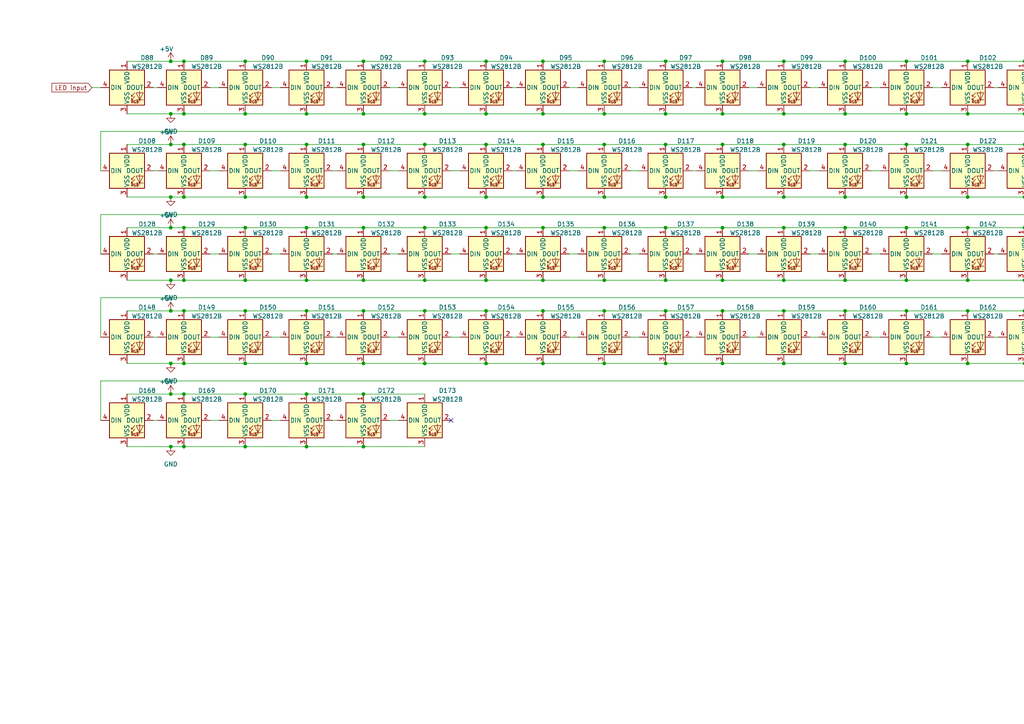
<source format=kicad_sch>
(kicad_sch (version 20231120) (generator "eeschema") (generator_version "8.0")
  (paper "A4")
  (junction (at 209.55 41.91))
  (junction (at 262.89 66.04))
  (junction (at 209.55 33.02))
  (junction (at 123.19 17.78))
  (junction (at 262.89 105.41))
  (junction (at 314.96 41.91))
  (junction (at 332.74 33.02))
  (junction (at 245.11 81.28))
  (junction (at 140.97 66.04))
  (junction (at 88.9 105.41))
  (junction (at 175.26 81.28))
  (junction (at 209.55 81.28))
  (junction (at 227.33 33.02))
  (junction (at 88.9 129.54))
  (junction (at 297.18 66.04))
  (junction (at 193.04 33.02))
  (junction (at 105.41 114.3))
  (junction (at 140.97 90.17))
  (junction (at 245.11 41.91))
  (junction (at 88.9 17.78))
  (junction (at 157.48 105.41))
  (junction (at 209.55 90.17))
  (junction (at 105.41 41.91))
  (junction (at 49.53 81.28))
  (junction (at 332.74 41.91))
  (junction (at 53.34 129.54))
  (junction (at 88.9 57.15))
  (junction (at 280.67 66.04))
  (junction (at 193.04 105.41))
  (junction (at 175.26 41.91))
  (junction (at 227.33 57.15))
  (junction (at 105.41 129.54))
  (junction (at 140.97 41.91))
  (junction (at 88.9 90.17))
  (junction (at 88.9 114.3))
  (junction (at 140.97 33.02))
  (junction (at 280.67 90.17))
  (junction (at 349.25 41.91))
  (junction (at 245.11 90.17))
  (junction (at 157.48 17.78))
  (junction (at 175.26 17.78))
  (junction (at 157.48 33.02))
  (junction (at 262.89 90.17))
  (junction (at 262.89 41.91))
  (junction (at 193.04 66.04))
  (junction (at 105.41 90.17))
  (junction (at 71.12 57.15))
  (junction (at 193.04 17.78))
  (junction (at 175.26 90.17))
  (junction (at 280.67 33.02))
  (junction (at 49.53 114.3))
  (junction (at 193.04 81.28))
  (junction (at 140.97 17.78))
  (junction (at 105.41 17.78))
  (junction (at 157.48 57.15))
  (junction (at 105.41 57.15))
  (junction (at 332.74 17.78))
  (junction (at 49.53 33.02))
  (junction (at 280.67 41.91))
  (junction (at 175.26 33.02))
  (junction (at 140.97 105.41))
  (junction (at 332.74 105.41))
  (junction (at 88.9 66.04))
  (junction (at 175.26 57.15))
  (junction (at 53.34 105.41))
  (junction (at 193.04 90.17))
  (junction (at 262.89 57.15))
  (junction (at 71.12 41.91))
  (junction (at 227.33 81.28))
  (junction (at 123.19 90.17))
  (junction (at 314.96 33.02))
  (junction (at 49.53 129.54))
  (junction (at 123.19 81.28))
  (junction (at 332.74 66.04))
  (junction (at 245.11 17.78))
  (junction (at 123.19 57.15))
  (junction (at 105.41 105.41))
  (junction (at 71.12 114.3))
  (junction (at 227.33 105.41))
  (junction (at 175.26 105.41))
  (junction (at 245.11 33.02))
  (junction (at 140.97 81.28))
  (junction (at 88.9 81.28))
  (junction (at 349.25 57.15))
  (junction (at 140.97 57.15))
  (junction (at 157.48 66.04))
  (junction (at 53.34 17.78))
  (junction (at 297.18 17.78))
  (junction (at 157.48 90.17))
  (junction (at 280.67 105.41))
  (junction (at 53.34 81.28))
  (junction (at 227.33 90.17))
  (junction (at 71.12 129.54))
  (junction (at 314.96 81.28))
  (junction (at 49.53 90.17))
  (junction (at 314.96 66.04))
  (junction (at 53.34 33.02))
  (junction (at 349.25 90.17))
  (junction (at 105.41 81.28))
  (junction (at 193.04 41.91))
  (junction (at 227.33 17.78))
  (junction (at 280.67 57.15))
  (junction (at 71.12 66.04))
  (junction (at 53.34 66.04))
  (junction (at 123.19 33.02))
  (junction (at 280.67 81.28))
  (junction (at 332.74 81.28))
  (junction (at 349.25 33.02))
  (junction (at 49.53 66.04))
  (junction (at 349.25 66.04))
  (junction (at 349.25 17.78))
  (junction (at 71.12 105.41))
  (junction (at 262.89 81.28))
  (junction (at 49.53 41.91))
  (junction (at 193.04 57.15))
  (junction (at 314.96 17.78))
  (junction (at 88.9 33.02))
  (junction (at 157.48 81.28))
  (junction (at 209.55 66.04))
  (junction (at 332.74 90.17))
  (junction (at 88.9 41.91))
  (junction (at 71.12 33.02))
  (junction (at 71.12 90.17))
  (junction (at 245.11 57.15))
  (junction (at 262.89 33.02))
  (junction (at 49.53 17.78))
  (junction (at 227.33 41.91))
  (junction (at 71.12 81.28))
  (junction (at 245.11 105.41))
  (junction (at 53.34 90.17))
  (junction (at 71.12 17.78))
  (junction (at 123.19 41.91))
  (junction (at 49.53 105.41))
  (junction (at 297.18 81.28))
  (junction (at 314.96 57.15))
  (junction (at 280.67 17.78))
  (junction (at 105.41 33.02))
  (junction (at 349.25 81.28))
  (junction (at 175.26 66.04))
  (junction (at 49.53 57.15))
  (junction (at 157.48 41.91))
  (junction (at 53.34 41.91))
  (junction (at 297.18 57.15))
  (junction (at 349.25 105.41))
  (junction (at 314.96 105.41))
  (junction (at 332.74 57.15))
  (junction (at 262.89 17.78))
  (junction (at 314.96 90.17))
  (junction (at 297.18 90.17))
  (junction (at 123.19 66.04))
  (junction (at 297.18 33.02))
  (junction (at 53.34 57.15))
  (junction (at 297.18 41.91))
  (junction (at 123.19 105.41))
  (junction (at 297.18 105.41))
  (junction (at 245.11 66.04))
  (junction (at 227.33 66.04))
  (junction (at 209.55 105.41))
  (junction (at 53.34 114.3))
  (junction (at 209.55 57.15))
  (junction (at 105.41 66.04))
  (junction (at 209.55 17.78))
  (no_connect (at 130.81 121.92))
  (wire (pts (xy 332.74 33.02) (xy 349.25 33.02)))
  (wire (pts (xy 209.55 17.78) (xy 227.33 17.78)))
  (wire (pts (xy 71.12 114.3) (xy 88.9 114.3)))
  (wire (pts (xy 53.34 81.28) (xy 71.12 81.28)))
  (wire (pts (xy 88.9 105.41) (xy 105.41 105.41)))
  (wire (pts (xy 165.1 73.66) (xy 167.64 73.66)))
  (wire (pts (xy 44.45 25.4) (xy 45.72 25.4)))
  (wire (pts (xy 60.96 73.66) (xy 63.5 73.66)))
  (wire (pts (xy 288.29 97.79) (xy 289.56 97.79)))
  (wire (pts (xy 36.83 41.91) (xy 49.53 41.91)))
  (wire (pts (xy 234.95 49.53) (xy 237.49 49.53)))
  (wire (pts (xy 297.18 90.17) (xy 314.96 90.17)))
  (wire (pts (xy 227.33 90.17) (xy 245.11 90.17)))
  (wire (pts (xy 29.21 62.23) (xy 29.21 73.66)))
  (wire (pts (xy 60.96 97.79) (xy 63.5 97.79)))
  (wire (pts (xy 44.45 97.79) (xy 45.72 97.79)))
  (wire (pts (xy 49.53 41.91) (xy 53.34 41.91)))
  (wire (pts (xy 140.97 41.91) (xy 157.48 41.91)))
  (wire (pts (xy 148.59 97.79) (xy 149.86 97.79)))
  (wire (pts (xy 270.51 25.4) (xy 273.05 25.4)))
  (wire (pts (xy 44.45 49.53) (xy 45.72 49.53)))
  (wire (pts (xy 332.74 57.15) (xy 349.25 57.15)))
  (wire (pts (xy 374.65 73.66) (xy 377.19 73.66)))
  (wire (pts (xy 297.18 57.15) (xy 314.96 57.15)))
  (wire (pts (xy 140.97 90.17) (xy 157.48 90.17)))
  (wire (pts (xy 49.53 33.02) (xy 53.34 33.02)))
  (wire (pts (xy 322.58 49.53) (xy 325.12 49.53)))
  (wire (pts (xy 252.73 73.66) (xy 255.27 73.66)))
  (wire (pts (xy 288.29 49.53) (xy 289.56 49.53)))
  (wire (pts (xy 36.83 105.41) (xy 49.53 105.41)))
  (wire (pts (xy 332.74 66.04) (xy 349.25 66.04)))
  (wire (pts (xy 88.9 90.17) (xy 105.41 90.17)))
  (wire (pts (xy 105.41 114.3) (xy 123.19 114.3)))
  (wire (pts (xy 88.9 17.78) (xy 105.41 17.78)))
  (wire (pts (xy 29.21 86.36) (xy 377.19 86.36)))
  (wire (pts (xy 123.19 17.78) (xy 140.97 17.78)))
  (wire (pts (xy 36.83 90.17) (xy 49.53 90.17)))
  (wire (pts (xy 105.41 129.54) (xy 123.19 129.54)))
  (wire (pts (xy 88.9 66.04) (xy 105.41 66.04)))
  (wire (pts (xy 227.33 105.41) (xy 245.11 105.41)))
  (wire (pts (xy 71.12 129.54) (xy 88.9 129.54)))
  (wire (pts (xy 157.48 33.02) (xy 175.26 33.02)))
  (wire (pts (xy 113.03 121.92) (xy 115.57 121.92)))
  (wire (pts (xy 280.67 66.04) (xy 297.18 66.04)))
  (wire (pts (xy 234.95 25.4) (xy 237.49 25.4)))
  (wire (pts (xy 123.19 81.28) (xy 140.97 81.28)))
  (wire (pts (xy 314.96 33.02) (xy 332.74 33.02)))
  (wire (pts (xy 36.83 114.3) (xy 49.53 114.3)))
  (wire (pts (xy 262.89 105.41) (xy 280.67 105.41)))
  (wire (pts (xy 262.89 17.78) (xy 280.67 17.78)))
  (wire (pts (xy 217.17 73.66) (xy 219.71 73.66)))
  (wire (pts (xy 374.65 97.79) (xy 377.19 97.79)))
  (wire (pts (xy 53.34 66.04) (xy 71.12 66.04)))
  (wire (pts (xy 270.51 97.79) (xy 273.05 97.79)))
  (wire (pts (xy 297.18 105.41) (xy 314.96 105.41)))
  (wire (pts (xy 123.19 105.41) (xy 140.97 105.41)))
  (wire (pts (xy 332.74 105.41) (xy 349.25 105.41)))
  (wire (pts (xy 200.66 25.4) (xy 201.93 25.4)))
  (wire (pts (xy 60.96 49.53) (xy 63.5 49.53)))
  (wire (pts (xy 175.26 66.04) (xy 193.04 66.04)))
  (wire (pts (xy 245.11 81.28) (xy 262.89 81.28)))
  (wire (pts (xy 262.89 90.17) (xy 280.67 90.17)))
  (wire (pts (xy 49.53 57.15) (xy 53.34 57.15)))
  (wire (pts (xy 200.66 49.53) (xy 201.93 49.53)))
  (wire (pts (xy 123.19 66.04) (xy 140.97 66.04)))
  (wire (pts (xy 349.25 66.04) (xy 367.03 66.04)))
  (wire (pts (xy 314.96 105.41) (xy 332.74 105.41)))
  (wire (pts (xy 280.67 17.78) (xy 297.18 17.78)))
  (wire (pts (xy 71.12 105.41) (xy 88.9 105.41)))
  (wire (pts (xy 193.04 90.17) (xy 209.55 90.17)))
  (wire (pts (xy 71.12 17.78) (xy 88.9 17.78)))
  (wire (pts (xy 157.48 81.28) (xy 175.26 81.28)))
  (wire (pts (xy 374.65 25.4) (xy 377.19 25.4)))
  (wire (pts (xy 297.18 66.04) (xy 314.96 66.04)))
  (wire (pts (xy 53.34 57.15) (xy 71.12 57.15)))
  (wire (pts (xy 304.8 49.53) (xy 307.34 49.53)))
  (wire (pts (xy 332.74 90.17) (xy 349.25 90.17)))
  (wire (pts (xy 157.48 90.17) (xy 175.26 90.17)))
  (wire (pts (xy 340.36 73.66) (xy 341.63 73.66)))
  (wire (pts (xy 53.34 33.02) (xy 71.12 33.02)))
  (wire (pts (xy 148.59 25.4) (xy 149.86 25.4)))
  (wire (pts (xy 96.52 49.53) (xy 97.79 49.53)))
  (wire (pts (xy 182.88 49.53) (xy 185.42 49.53)))
  (wire (pts (xy 175.26 90.17) (xy 193.04 90.17)))
  (wire (pts (xy 217.17 49.53) (xy 219.71 49.53)))
  (wire (pts (xy 182.88 25.4) (xy 185.42 25.4)))
  (wire (pts (xy 29.21 110.49) (xy 377.19 110.49)))
  (wire (pts (xy 29.21 38.1) (xy 377.19 38.1)))
  (wire (pts (xy 105.41 105.41) (xy 123.19 105.41)))
  (wire (pts (xy 29.21 86.36) (xy 29.21 97.79)))
  (wire (pts (xy 60.96 121.92) (xy 63.5 121.92)))
  (wire (pts (xy 123.19 41.91) (xy 140.97 41.91)))
  (wire (pts (xy 349.25 41.91) (xy 367.03 41.91)))
  (wire (pts (xy 209.55 90.17) (xy 227.33 90.17)))
  (wire (pts (xy 123.19 33.02) (xy 140.97 33.02)))
  (wire (pts (xy 78.74 25.4) (xy 81.28 25.4)))
  (wire (pts (xy 297.18 17.78) (xy 314.96 17.78)))
  (wire (pts (xy 78.74 73.66) (xy 81.28 73.66)))
  (wire (pts (xy 245.11 17.78) (xy 262.89 17.78)))
  (wire (pts (xy 148.59 49.53) (xy 149.86 49.53)))
  (wire (pts (xy 88.9 33.02) (xy 105.41 33.02)))
  (wire (pts (xy 193.04 66.04) (xy 209.55 66.04)))
  (wire (pts (xy 71.12 33.02) (xy 88.9 33.02)))
  (wire (pts (xy 304.8 73.66) (xy 307.34 73.66)))
  (wire (pts (xy 49.53 129.54) (xy 53.34 129.54)))
  (wire (pts (xy 140.97 17.78) (xy 157.48 17.78)))
  (wire (pts (xy 44.45 73.66) (xy 45.72 73.66)))
  (wire (pts (xy 96.52 25.4) (xy 97.79 25.4)))
  (wire (pts (xy 36.83 57.15) (xy 49.53 57.15)))
  (wire (pts (xy 29.21 62.23) (xy 377.19 62.23)))
  (wire (pts (xy 349.25 105.41) (xy 367.03 105.41)))
  (wire (pts (xy 123.19 90.17) (xy 140.97 90.17)))
  (wire (pts (xy 270.51 49.53) (xy 273.05 49.53)))
  (wire (pts (xy 304.8 25.4) (xy 307.34 25.4)))
  (wire (pts (xy 332.74 41.91) (xy 349.25 41.91)))
  (wire (pts (xy 227.33 33.02) (xy 245.11 33.02)))
  (wire (pts (xy 209.55 41.91) (xy 227.33 41.91)))
  (wire (pts (xy 245.11 66.04) (xy 262.89 66.04)))
  (wire (pts (xy 175.26 81.28) (xy 193.04 81.28)))
  (wire (pts (xy 377.19 97.79) (xy 377.19 110.49)))
  (wire (pts (xy 234.95 97.79) (xy 237.49 97.79)))
  (wire (pts (xy 349.25 57.15) (xy 367.03 57.15)))
  (wire (pts (xy 71.12 81.28) (xy 88.9 81.28)))
  (wire (pts (xy 252.73 25.4) (xy 255.27 25.4)))
  (wire (pts (xy 314.96 81.28) (xy 332.74 81.28)))
  (wire (pts (xy 157.48 105.41) (xy 175.26 105.41)))
  (wire (pts (xy 140.97 66.04) (xy 157.48 66.04)))
  (wire (pts (xy 252.73 97.79) (xy 255.27 97.79)))
  (wire (pts (xy 105.41 81.28) (xy 123.19 81.28)))
  (wire (pts (xy 245.11 57.15) (xy 262.89 57.15)))
  (wire (pts (xy 113.03 73.66) (xy 115.57 73.66)))
  (wire (pts (xy 227.33 66.04) (xy 245.11 66.04)))
  (wire (pts (xy 314.96 90.17) (xy 332.74 90.17)))
  (wire (pts (xy 36.83 129.54) (xy 49.53 129.54)))
  (wire (pts (xy 377.19 73.66) (xy 377.19 86.36)))
  (wire (pts (xy 113.03 25.4) (xy 115.57 25.4)))
  (wire (pts (xy 193.04 81.28) (xy 209.55 81.28)))
  (wire (pts (xy 322.58 25.4) (xy 325.12 25.4)))
  (wire (pts (xy 88.9 41.91) (xy 105.41 41.91)))
  (wire (pts (xy 340.36 25.4) (xy 341.63 25.4)))
  (wire (pts (xy 322.58 73.66) (xy 325.12 73.66)))
  (wire (pts (xy 245.11 105.41) (xy 262.89 105.41)))
  (wire (pts (xy 113.03 49.53) (xy 115.57 49.53)))
  (wire (pts (xy 130.81 97.79) (xy 133.35 97.79)))
  (wire (pts (xy 96.52 121.92) (xy 97.79 121.92)))
  (wire (pts (xy 175.26 41.91) (xy 193.04 41.91)))
  (wire (pts (xy 227.33 41.91) (xy 245.11 41.91)))
  (wire (pts (xy 193.04 33.02) (xy 209.55 33.02)))
  (wire (pts (xy 36.83 81.28) (xy 49.53 81.28)))
  (wire (pts (xy 297.18 41.91) (xy 314.96 41.91)))
  (wire (pts (xy 209.55 33.02) (xy 227.33 33.02)))
  (wire (pts (xy 349.25 33.02) (xy 367.03 33.02)))
  (wire (pts (xy 49.53 81.28) (xy 53.34 81.28)))
  (wire (pts (xy 175.26 17.78) (xy 193.04 17.78)))
  (wire (pts (xy 217.17 97.79) (xy 219.71 97.79)))
  (wire (pts (xy 49.53 114.3) (xy 53.34 114.3)))
  (wire (pts (xy 105.41 57.15) (xy 123.19 57.15)))
  (wire (pts (xy 245.11 33.02) (xy 262.89 33.02)))
  (wire (pts (xy 105.41 17.78) (xy 123.19 17.78)))
  (wire (pts (xy 71.12 41.91) (xy 88.9 41.91)))
  (wire (pts (xy 175.26 33.02) (xy 193.04 33.02)))
  (wire (pts (xy 304.8 97.79) (xy 307.34 97.79)))
  (wire (pts (xy 280.67 105.41) (xy 297.18 105.41)))
  (wire (pts (xy 165.1 97.79) (xy 167.64 97.79)))
  (wire (pts (xy 165.1 25.4) (xy 167.64 25.4)))
  (wire (pts (xy 49.53 17.78) (xy 53.34 17.78)))
  (wire (pts (xy 60.96 25.4) (xy 63.5 25.4)))
  (wire (pts (xy 182.88 73.66) (xy 185.42 73.66)))
  (wire (pts (xy 157.48 41.91) (xy 175.26 41.91)))
  (wire (pts (xy 252.73 49.53) (xy 255.27 49.53)))
  (wire (pts (xy 71.12 57.15) (xy 88.9 57.15)))
  (wire (pts (xy 314.96 66.04) (xy 332.74 66.04)))
  (wire (pts (xy 262.89 81.28) (xy 280.67 81.28)))
  (wire (pts (xy 314.96 41.91) (xy 332.74 41.91)))
  (wire (pts (xy 245.11 41.91) (xy 262.89 41.91)))
  (wire (pts (xy 280.67 57.15) (xy 297.18 57.15)))
  (wire (pts (xy 288.29 25.4) (xy 289.56 25.4)))
  (wire (pts (xy 356.87 25.4) (xy 359.41 25.4)))
  (wire (pts (xy 140.97 81.28) (xy 157.48 81.28)))
  (wire (pts (xy 227.33 81.28) (xy 245.11 81.28)))
  (wire (pts (xy 297.18 33.02) (xy 314.96 33.02)))
  (wire (pts (xy 182.88 97.79) (xy 185.42 97.79)))
  (wire (pts (xy 53.34 114.3) (xy 71.12 114.3)))
  (wire (pts (xy 193.04 57.15) (xy 209.55 57.15)))
  (wire (pts (xy 71.12 90.17) (xy 88.9 90.17)))
  (wire (pts (xy 157.48 17.78) (xy 175.26 17.78)))
  (wire (pts (xy 88.9 129.54) (xy 105.41 129.54)))
  (wire (pts (xy 78.74 49.53) (xy 81.28 49.53)))
  (wire (pts (xy 53.34 17.78) (xy 71.12 17.78)))
  (wire (pts (xy 53.34 105.41) (xy 71.12 105.41)))
  (wire (pts (xy 49.53 105.41) (xy 53.34 105.41)))
  (wire (pts (xy 262.89 66.04) (xy 280.67 66.04)))
  (wire (pts (xy 374.65 49.53) (xy 377.19 49.53)))
  (wire (pts (xy 53.34 41.91) (xy 71.12 41.91)))
  (wire (pts (xy 165.1 49.53) (xy 167.64 49.53)))
  (wire (pts (xy 332.74 81.28) (xy 349.25 81.28)))
  (wire (pts (xy 245.11 90.17) (xy 262.89 90.17)))
  (wire (pts (xy 105.41 90.17) (xy 123.19 90.17)))
  (wire (pts (xy 349.25 90.17) (xy 367.03 90.17)))
  (wire (pts (xy 130.81 49.53) (xy 133.35 49.53)))
  (wire (pts (xy 356.87 97.79) (xy 359.41 97.79)))
  (wire (pts (xy 36.83 17.78) (xy 49.53 17.78)))
  (wire (pts (xy 322.58 97.79) (xy 325.12 97.79)))
  (wire (pts (xy 314.96 57.15) (xy 332.74 57.15)))
  (wire (pts (xy 349.25 17.78) (xy 367.03 17.78)))
  (wire (pts (xy 270.51 73.66) (xy 273.05 73.66)))
  (wire (pts (xy 130.81 73.66) (xy 133.35 73.66)))
  (wire (pts (xy 157.48 57.15) (xy 175.26 57.15)))
  (wire (pts (xy 356.87 73.66) (xy 359.41 73.66)))
  (wire (pts (xy 105.41 41.91) (xy 123.19 41.91)))
  (wire (pts (xy 227.33 17.78) (xy 245.11 17.78)))
  (wire (pts (xy 88.9 114.3) (xy 105.41 114.3)))
  (wire (pts (xy 175.26 57.15) (xy 193.04 57.15)))
  (wire (pts (xy 314.96 17.78) (xy 332.74 17.78)))
  (wire (pts (xy 78.74 97.79) (xy 81.28 97.79)))
  (wire (pts (xy 88.9 57.15) (xy 105.41 57.15)))
  (wire (pts (xy 217.17 25.4) (xy 219.71 25.4)))
  (wire (pts (xy 96.52 73.66) (xy 97.79 73.66)))
  (wire (pts (xy 280.67 90.17) (xy 297.18 90.17)))
  (wire (pts (xy 105.41 66.04) (xy 123.19 66.04)))
  (wire (pts (xy 193.04 17.78) (xy 209.55 17.78)))
  (wire (pts (xy 209.55 57.15) (xy 227.33 57.15)))
  (wire (pts (xy 49.53 90.17) (xy 53.34 90.17)))
  (wire (pts (xy 157.48 66.04) (xy 175.26 66.04)))
  (wire (pts (xy 227.33 57.15) (xy 245.11 57.15)))
  (wire (pts (xy 29.21 110.49) (xy 29.21 121.92)))
  (wire (pts (xy 36.83 33.02) (xy 49.53 33.02)))
  (wire (pts (xy 78.74 121.92) (xy 81.28 121.92)))
  (wire (pts (xy 209.55 105.41) (xy 227.33 105.41)))
  (wire (pts (xy 44.45 121.92) (xy 45.72 121.92)))
  (wire (pts (xy 377.19 25.4) (xy 377.19 38.1)))
  (wire (pts (xy 340.36 49.53) (xy 341.63 49.53)))
  (wire (pts (xy 356.87 49.53) (xy 359.41 49.53)))
  (wire (pts (xy 130.81 25.4) (xy 133.35 25.4)))
  (wire (pts (xy 280.67 33.02) (xy 297.18 33.02)))
  (wire (pts (xy 105.41 33.02) (xy 123.19 33.02)))
  (wire (pts (xy 297.18 81.28) (xy 314.96 81.28)))
  (wire (pts (xy 262.89 57.15) (xy 280.67 57.15)))
  (wire (pts (xy 193.04 41.91) (xy 209.55 41.91)))
  (wire (pts (xy 123.19 57.15) (xy 140.97 57.15)))
  (wire (pts (xy 280.67 81.28) (xy 297.18 81.28)))
  (wire (pts (xy 29.21 38.1) (xy 29.21 49.53)))
  (wire (pts (xy 36.83 66.04) (xy 49.53 66.04)))
  (wire (pts (xy 209.55 66.04) (xy 227.33 66.04)))
  (wire (pts (xy 140.97 57.15) (xy 157.48 57.15)))
  (wire (pts (xy 200.66 97.79) (xy 201.93 97.79)))
  (wire (pts (xy 148.59 73.66) (xy 149.86 73.66)))
  (wire (pts (xy 71.12 66.04) (xy 88.9 66.04)))
  (wire (pts (xy 88.9 81.28) (xy 105.41 81.28)))
  (wire (pts (xy 26.67 25.4) (xy 29.21 25.4)))
  (wire (pts (xy 193.04 105.41) (xy 209.55 105.41)))
  (wire (pts (xy 234.95 73.66) (xy 237.49 73.66)))
  (wire (pts (xy 280.67 41.91) (xy 297.18 41.91)))
  (wire (pts (xy 53.34 90.17) (xy 71.12 90.17)))
  (wire (pts (xy 349.25 81.28) (xy 367.03 81.28)))
  (wire (pts (xy 288.29 73.66) (xy 289.56 73.66)))
  (wire (pts (xy 49.53 66.04) (xy 53.34 66.04)))
  (wire (pts (xy 53.34 129.54) (xy 71.12 129.54)))
  (wire (pts (xy 140.97 33.02) (xy 157.48 33.02)))
  (wire (pts (xy 377.19 49.53) (xy 377.19 62.23)))
  (wire (pts (xy 209.55 81.28) (xy 227.33 81.28)))
  (wire (pts (xy 340.36 97.79) (xy 341.63 97.79)))
  (wire (pts (xy 200.66 73.66) (xy 201.93 73.66)))
  (wire (pts (xy 332.74 17.78) (xy 349.25 17.78)))
  (wire (pts (xy 113.03 97.79) (xy 115.57 97.79)))
  (wire (pts (xy 96.52 97.79) (xy 97.79 97.79)))
  (wire (pts (xy 262.89 33.02) (xy 280.67 33.02)))
  (wire (pts (xy 175.26 105.41) (xy 193.04 105.41)))
  (wire (pts (xy 140.97 105.41) (xy 157.48 105.41)))
  (wire (pts (xy 262.89 41.91) (xy 280.67 41.91)))
  (global_label "LED input" (shape input) (at 26.67 25.4 180) (property "Intersheetrefs" "${INTERSHEET_REFS}" (effects (hide yes))))
  (symbol (lib_id "LED:WS2812B") (at 71.12 121.92 0) (unit 1)
    (property "Reference" "D170" (at 77.724 113.284 0))
    (property "Value" "WS2812B" (at 77.724 115.824 0))
    (property "Footprint" "LED_SMD:LED_WS2812B_PLCC4_5.0x5.0mm_P3.2mm" (effects (hide yes)))
    (property "Datasheet" "https://cdn-shop.adafruit.com/datasheets/WS2812B.pdf" (effects (hide yes)))
    (property "Description" "RGB LED with integrated controller" (effects (hide yes)))
  )
  (symbol (lib_id "LED:WS2812B") (at 349.25 73.66 0) (unit 1)
    (property "Reference" "D146" (at 355.854 65.024 0))
    (property "Value" "WS2812B" (at 355.854 67.564 0))
    (property "Footprint" "LED_SMD:LED_WS2812B_PLCC4_5.0x5.0mm_P3.2mm" (effects (hide yes)))
    (property "Datasheet" "https://cdn-shop.adafruit.com/datasheets/WS2812B.pdf" (effects (hide yes)))
    (property "Description" "RGB LED with integrated controller" (effects (hide yes)))
  )
  (symbol (lib_id "LED:WS2812B") (at 140.97 97.79 0) (unit 1)
    (property "Reference" "D154" (at 146.812 89.154 0))
    (property "Value" "WS2812B" (at 146.812 91.694 0))
    (property "Footprint" "LED_SMD:LED_WS2812B_PLCC4_5.0x5.0mm_P3.2mm" (effects (hide yes)))
    (property "Datasheet" "https://cdn-shop.adafruit.com/datasheets/WS2812B.pdf" (effects (hide yes)))
    (property "Description" "RGB LED with integrated controller" (effects (hide yes)))
  )
  (symbol (lib_id "power:+5V") (at 49.53 17.78 0) (unit 1)
    (property "Reference" "#PWR032" (effects (hide yes)))
    (property "Value" "+5V" (at 48.26 14.224 0))
    (property "Description" "Power symbol creates a global label with name \"+5V\"" (effects (hide yes)))
  )
  (symbol (lib_id "LED:WS2812B") (at 36.83 73.66 0) (unit 1)
    (property "Reference" "D128" (at 42.672 65.024 0))
    (property "Value" "WS2812B" (at 42.672 67.564 0))
    (property "Footprint" "LED_SMD:LED_WS2812B_PLCC4_5.0x5.0mm_P3.2mm" (effects (hide yes)))
    (property "Datasheet" "https://cdn-shop.adafruit.com/datasheets/WS2812B.pdf" (effects (hide yes)))
    (property "Description" "RGB LED with integrated controller" (effects (hide yes)))
  )
  (symbol (lib_id "LED:WS2812B") (at 88.9 49.53 0) (unit 1)
    (property "Reference" "D111" (at 94.742 40.894 0))
    (property "Value" "WS2812B" (at 94.742 43.434 0))
    (property "Footprint" "LED_SMD:LED_WS2812B_PLCC4_5.0x5.0mm_P3.2mm" (effects (hide yes)))
    (property "Datasheet" "https://cdn-shop.adafruit.com/datasheets/WS2812B.pdf" (effects (hide yes)))
    (property "Description" "RGB LED with integrated controller" (effects (hide yes)))
  )
  (symbol (lib_id "LED:WS2812B") (at 367.03 25.4 0) (unit 1)
    (property "Reference" "D107" (at 373.634 16.764 0))
    (property "Value" "WS2812B" (at 373.634 19.304 0))
    (property "Footprint" "LED_SMD:LED_WS2812B_PLCC4_5.0x5.0mm_P3.2mm" (effects (hide yes)))
    (property "Datasheet" "https://cdn-shop.adafruit.com/datasheets/WS2812B.pdf" (effects (hide yes)))
    (property "Description" "RGB LED with integrated controller" (effects (hide yes)))
  )
  (symbol (lib_id "LED:WS2812B") (at 53.34 25.4 0) (unit 1)
    (property "Reference" "D89" (at 59.944 16.764 0))
    (property "Value" "WS2812B" (at 59.944 19.304 0))
    (property "Footprint" "LED_SMD:LED_WS2812B_PLCC4_5.0x5.0mm_P3.2mm" (effects (hide yes)))
    (property "Datasheet" "https://cdn-shop.adafruit.com/datasheets/WS2812B.pdf" (effects (hide yes)))
    (property "Description" "RGB LED with integrated controller" (effects (hide yes)))
  )
  (symbol (lib_id "LED:WS2812B") (at 262.89 49.53 0) (unit 1)
    (property "Reference" "D121" (at 269.494 40.894 0))
    (property "Value" "WS2812B" (at 269.494 43.434 0))
    (property "Footprint" "LED_SMD:LED_WS2812B_PLCC4_5.0x5.0mm_P3.2mm" (effects (hide yes)))
    (property "Datasheet" "https://cdn-shop.adafruit.com/datasheets/WS2812B.pdf" (effects (hide yes)))
    (property "Description" "RGB LED with integrated controller" (effects (hide yes)))
  )
  (symbol (lib_id "LED:WS2812B") (at 227.33 49.53 0) (unit 1)
    (property "Reference" "D119" (at 233.934 40.894 0))
    (property "Value" "WS2812B" (at 233.934 43.434 0))
    (property "Footprint" "LED_SMD:LED_WS2812B_PLCC4_5.0x5.0mm_P3.2mm" (effects (hide yes)))
    (property "Datasheet" "https://cdn-shop.adafruit.com/datasheets/WS2812B.pdf" (effects (hide yes)))
    (property "Description" "RGB LED with integrated controller" (effects (hide yes)))
  )
  (symbol (lib_id "LED:WS2812B") (at 53.34 121.92 0) (unit 1)
    (property "Reference" "D169" (at 59.944 113.284 0))
    (property "Value" "WS2812B" (at 59.944 115.824 0))
    (property "Footprint" "LED_SMD:LED_WS2812B_PLCC4_5.0x5.0mm_P3.2mm" (effects (hide yes)))
    (property "Datasheet" "https://cdn-shop.adafruit.com/datasheets/WS2812B.pdf" (effects (hide yes)))
    (property "Description" "RGB LED with integrated controller" (effects (hide yes)))
  )
  (symbol (lib_id "LED:WS2812B") (at 105.41 25.4 0) (unit 1)
    (property "Reference" "D92" (at 112.014 16.764 0))
    (property "Value" "WS2812B" (at 112.014 19.304 0))
    (property "Footprint" "LED_SMD:LED_WS2812B_PLCC4_5.0x5.0mm_P3.2mm" (effects (hide yes)))
    (property "Datasheet" "https://cdn-shop.adafruit.com/datasheets/WS2812B.pdf" (effects (hide yes)))
    (property "Description" "RGB LED with integrated controller" (effects (hide yes)))
  )
  (symbol (lib_id "LED:WS2812B") (at 280.67 97.79 0) (unit 1)
    (property "Reference" "D162" (at 286.512 89.154 0))
    (property "Value" "WS2812B" (at 286.512 91.694 0))
    (property "Footprint" "LED_SMD:LED_WS2812B_PLCC4_5.0x5.0mm_P3.2mm" (effects (hide yes)))
    (property "Datasheet" "https://cdn-shop.adafruit.com/datasheets/WS2812B.pdf" (effects (hide yes)))
    (property "Description" "RGB LED with integrated controller" (effects (hide yes)))
  )
  (symbol (lib_id "LED:WS2812B") (at 349.25 25.4 0) (unit 1)
    (property "Reference" "D106" (at 355.854 16.764 0))
    (property "Value" "WS2812B" (at 355.854 19.304 0))
    (property "Footprint" "LED_SMD:LED_WS2812B_PLCC4_5.0x5.0mm_P3.2mm" (effects (hide yes)))
    (property "Datasheet" "https://cdn-shop.adafruit.com/datasheets/WS2812B.pdf" (effects (hide yes)))
    (property "Description" "RGB LED with integrated controller" (effects (hide yes)))
  )
  (symbol (lib_id "LED:WS2812B") (at 140.97 25.4 0) (unit 1)
    (property "Reference" "D94" (at 146.812 16.764 0))
    (property "Value" "WS2812B" (at 146.812 19.304 0))
    (property "Footprint" "LED_SMD:LED_WS2812B_PLCC4_5.0x5.0mm_P3.2mm" (effects (hide yes)))
    (property "Datasheet" "https://cdn-shop.adafruit.com/datasheets/WS2812B.pdf" (effects (hide yes)))
    (property "Description" "RGB LED with integrated controller" (effects (hide yes)))
  )
  (symbol (lib_id "LED:WS2812B") (at 71.12 97.79 0) (unit 1)
    (property "Reference" "D150" (at 77.724 89.154 0))
    (property "Value" "WS2812B" (at 77.724 91.694 0))
    (property "Footprint" "LED_SMD:LED_WS2812B_PLCC4_5.0x5.0mm_P3.2mm" (effects (hide yes)))
    (property "Datasheet" "https://cdn-shop.adafruit.com/datasheets/WS2812B.pdf" (effects (hide yes)))
    (property "Description" "RGB LED with integrated controller" (effects (hide yes)))
  )
  (symbol (lib_id "LED:WS2812B") (at 297.18 49.53 0) (unit 1)
    (property "Reference" "D123" (at 303.784 40.894 0))
    (property "Value" "WS2812B" (at 303.784 43.434 0))
    (property "Footprint" "LED_SMD:LED_WS2812B_PLCC4_5.0x5.0mm_P3.2mm" (effects (hide yes)))
    (property "Datasheet" "https://cdn-shop.adafruit.com/datasheets/WS2812B.pdf" (effects (hide yes)))
    (property "Description" "RGB LED with integrated controller" (effects (hide yes)))
  )
  (symbol (lib_id "LED:WS2812B") (at 53.34 97.79 0) (unit 1)
    (property "Reference" "D149" (at 59.944 89.154 0))
    (property "Value" "WS2812B" (at 59.944 91.694 0))
    (property "Footprint" "LED_SMD:LED_WS2812B_PLCC4_5.0x5.0mm_P3.2mm" (effects (hide yes)))
    (property "Datasheet" "https://cdn-shop.adafruit.com/datasheets/WS2812B.pdf" (effects (hide yes)))
    (property "Description" "RGB LED with integrated controller" (effects (hide yes)))
  )
  (symbol (lib_id "LED:WS2812B") (at 280.67 73.66 0) (unit 1)
    (property "Reference" "D142" (at 286.512 65.024 0))
    (property "Value" "WS2812B" (at 286.512 67.564 0))
    (property "Footprint" "LED_SMD:LED_WS2812B_PLCC4_5.0x5.0mm_P3.2mm" (effects (hide yes)))
    (property "Datasheet" "https://cdn-shop.adafruit.com/datasheets/WS2812B.pdf" (effects (hide yes)))
    (property "Description" "RGB LED with integrated controller" (effects (hide yes)))
  )
  (symbol (lib_id "LED:WS2812B") (at 349.25 49.53 0) (unit 1)
    (property "Reference" "D126" (at 355.854 40.894 0))
    (property "Value" "WS2812B" (at 355.854 43.434 0))
    (property "Footprint" "LED_SMD:LED_WS2812B_PLCC4_5.0x5.0mm_P3.2mm" (effects (hide yes)))
    (property "Datasheet" "https://cdn-shop.adafruit.com/datasheets/WS2812B.pdf" (effects (hide yes)))
    (property "Description" "RGB LED with integrated controller" (effects (hide yes)))
  )
  (symbol (lib_id "LED:WS2812B") (at 367.03 73.66 0) (unit 1)
    (property "Reference" "D147" (at 373.634 65.024 0))
    (property "Value" "WS2812B" (at 373.634 67.564 0))
    (property "Footprint" "LED_SMD:LED_WS2812B_PLCC4_5.0x5.0mm_P3.2mm" (effects (hide yes)))
    (property "Datasheet" "https://cdn-shop.adafruit.com/datasheets/WS2812B.pdf" (effects (hide yes)))
    (property "Description" "RGB LED with integrated controller" (effects (hide yes)))
  )
  (symbol (lib_id "LED:WS2812B") (at 71.12 73.66 0) (unit 1)
    (property "Reference" "D130" (at 77.724 65.024 0))
    (property "Value" "WS2812B" (at 77.724 67.564 0))
    (property "Footprint" "LED_SMD:LED_WS2812B_PLCC4_5.0x5.0mm_P3.2mm" (effects (hide yes)))
    (property "Datasheet" "https://cdn-shop.adafruit.com/datasheets/WS2812B.pdf" (effects (hide yes)))
    (property "Description" "RGB LED with integrated controller" (effects (hide yes)))
  )
  (symbol (lib_id "LED:WS2812B") (at 36.83 25.4 0) (unit 1)
    (property "Reference" "D88" (at 42.672 16.764 0))
    (property "Value" "WS2812B" (at 42.672 19.304 0))
    (property "Footprint" "LED_SMD:LED_WS2812B_PLCC4_5.0x5.0mm_P3.2mm" (effects (hide yes)))
    (property "Datasheet" "https://cdn-shop.adafruit.com/datasheets/WS2812B.pdf" (effects (hide yes)))
    (property "Description" "RGB LED with integrated controller" (effects (hide yes)))
  )
  (symbol (lib_id "power:GND") (at 49.53 129.54 0) (unit 1)
    (property "Reference" "#PWR030" (effects (hide yes)))
    (property "Value" "GND" (at 49.53 134.62 0))
    (property "Description" "Power symbol creates a global label with name \"GND\" , ground" (effects (hide yes)))
  )
  (symbol (lib_id "LED:WS2812B") (at 88.9 25.4 0) (unit 1)
    (property "Reference" "D91" (at 94.742 16.764 0))
    (property "Value" "WS2812B" (at 94.742 19.304 0))
    (property "Footprint" "LED_SMD:LED_WS2812B_PLCC4_5.0x5.0mm_P3.2mm" (effects (hide yes)))
    (property "Datasheet" "https://cdn-shop.adafruit.com/datasheets/WS2812B.pdf" (effects (hide yes)))
    (property "Description" "RGB LED with integrated controller" (effects (hide yes)))
  )
  (symbol (lib_id "LED:WS2812B") (at 123.19 73.66 0) (unit 1)
    (property "Reference" "D133" (at 129.794 65.024 0))
    (property "Value" "WS2812B" (at 129.794 67.564 0))
    (property "Footprint" "LED_SMD:LED_WS2812B_PLCC4_5.0x5.0mm_P3.2mm" (effects (hide yes)))
    (property "Datasheet" "https://cdn-shop.adafruit.com/datasheets/WS2812B.pdf" (effects (hide yes)))
    (property "Description" "RGB LED with integrated controller" (effects (hide yes)))
  )
  (symbol (lib_id "LED:WS2812B") (at 209.55 73.66 0) (unit 1)
    (property "Reference" "D138" (at 216.154 65.024 0))
    (property "Value" "WS2812B" (at 216.154 67.564 0))
    (property "Footprint" "LED_SMD:LED_WS2812B_PLCC4_5.0x5.0mm_P3.2mm" (effects (hide yes)))
    (property "Datasheet" "https://cdn-shop.adafruit.com/datasheets/WS2812B.pdf" (effects (hide yes)))
    (property "Description" "RGB LED with integrated controller" (effects (hide yes)))
  )
  (symbol (lib_id "LED:WS2812B") (at 71.12 49.53 0) (unit 1)
    (property "Reference" "D110" (at 77.724 40.894 0))
    (property "Value" "WS2812B" (at 77.724 43.434 0))
    (property "Footprint" "LED_SMD:LED_WS2812B_PLCC4_5.0x5.0mm_P3.2mm" (effects (hide yes)))
    (property "Datasheet" "https://cdn-shop.adafruit.com/datasheets/WS2812B.pdf" (effects (hide yes)))
    (property "Description" "RGB LED with integrated controller" (effects (hide yes)))
  )
  (symbol (lib_id "LED:WS2812B") (at 314.96 25.4 0) (unit 1)
    (property "Reference" "D104" (at 321.564 16.764 0))
    (property "Value" "WS2812B" (at 321.564 19.304 0))
    (property "Footprint" "LED_SMD:LED_WS2812B_PLCC4_5.0x5.0mm_P3.2mm" (effects (hide yes)))
    (property "Datasheet" "https://cdn-shop.adafruit.com/datasheets/WS2812B.pdf" (effects (hide yes)))
    (property "Description" "RGB LED with integrated controller" (effects (hide yes)))
  )
  (symbol (lib_id "LED:WS2812B") (at 297.18 97.79 0) (unit 1)
    (property "Reference" "D163" (at 303.784 89.154 0))
    (property "Value" "WS2812B" (at 303.784 91.694 0))
    (property "Footprint" "LED_SMD:LED_WS2812B_PLCC4_5.0x5.0mm_P3.2mm" (effects (hide yes)))
    (property "Datasheet" "https://cdn-shop.adafruit.com/datasheets/WS2812B.pdf" (effects (hide yes)))
    (property "Description" "RGB LED with integrated controller" (effects (hide yes)))
  )
  (symbol (lib_id "LED:WS2812B") (at 297.18 25.4 0) (unit 1)
    (property "Reference" "D103" (at 303.784 16.764 0))
    (property "Value" "WS2812B" (at 303.784 19.304 0))
    (property "Footprint" "LED_SMD:LED_WS2812B_PLCC4_5.0x5.0mm_P3.2mm" (effects (hide yes)))
    (property "Datasheet" "https://cdn-shop.adafruit.com/datasheets/WS2812B.pdf" (effects (hide yes)))
    (property "Description" "RGB LED with integrated controller" (effects (hide yes)))
  )
  (symbol (lib_id "LED:WS2812B") (at 157.48 25.4 0) (unit 1)
    (property "Reference" "D95" (at 164.084 16.764 0))
    (property "Value" "WS2812B" (at 164.084 19.304 0))
    (property "Footprint" "LED_SMD:LED_WS2812B_PLCC4_5.0x5.0mm_P3.2mm" (effects (hide yes)))
    (property "Datasheet" "https://cdn-shop.adafruit.com/datasheets/WS2812B.pdf" (effects (hide yes)))
    (property "Description" "RGB LED with integrated controller" (effects (hide yes)))
  )
  (symbol (lib_id "LED:WS2812B") (at 227.33 25.4 0) (unit 1)
    (property "Reference" "D99" (at 233.934 16.764 0))
    (property "Value" "WS2812B" (at 233.934 19.304 0))
    (property "Footprint" "LED_SMD:LED_WS2812B_PLCC4_5.0x5.0mm_P3.2mm" (effects (hide yes)))
    (property "Datasheet" "https://cdn-shop.adafruit.com/datasheets/WS2812B.pdf" (effects (hide yes)))
    (property "Description" "RGB LED with integrated controller" (effects (hide yes)))
  )
  (symbol (lib_id "LED:WS2812B") (at 314.96 97.79 0) (unit 1)
    (property "Reference" "D164" (at 321.564 89.154 0))
    (property "Value" "WS2812B" (at 321.564 91.694 0))
    (property "Footprint" "LED_SMD:LED_WS2812B_PLCC4_5.0x5.0mm_P3.2mm" (effects (hide yes)))
    (property "Datasheet" "https://cdn-shop.adafruit.com/datasheets/WS2812B.pdf" (effects (hide yes)))
    (property "Description" "RGB LED with integrated controller" (effects (hide yes)))
  )
  (symbol (lib_id "LED:WS2812B") (at 175.26 97.79 0) (unit 1)
    (property "Reference" "D156" (at 181.864 89.154 0))
    (property "Value" "WS2812B" (at 181.864 91.694 0))
    (property "Footprint" "LED_SMD:LED_WS2812B_PLCC4_5.0x5.0mm_P3.2mm" (effects (hide yes)))
    (property "Datasheet" "https://cdn-shop.adafruit.com/datasheets/WS2812B.pdf" (effects (hide yes)))
    (property "Description" "RGB LED with integrated controller" (effects (hide yes)))
  )
  (symbol (lib_id "LED:WS2812B") (at 193.04 49.53 0) (unit 1)
    (property "Reference" "D117" (at 198.882 40.894 0))
    (property "Value" "WS2812B" (at 198.882 43.434 0))
    (property "Footprint" "LED_SMD:LED_WS2812B_PLCC4_5.0x5.0mm_P3.2mm" (effects (hide yes)))
    (property "Datasheet" "https://cdn-shop.adafruit.com/datasheets/WS2812B.pdf" (effects (hide yes)))
    (property "Description" "RGB LED with integrated controller" (effects (hide yes)))
  )
  (symbol (lib_id "LED:WS2812B") (at 193.04 97.79 0) (unit 1)
    (property "Reference" "D157" (at 198.882 89.154 0))
    (property "Value" "WS2812B" (at 198.882 91.694 0))
    (property "Footprint" "LED_SMD:LED_WS2812B_PLCC4_5.0x5.0mm_P3.2mm" (effects (hide yes)))
    (property "Datasheet" "https://cdn-shop.adafruit.com/datasheets/WS2812B.pdf" (effects (hide yes)))
    (property "Description" "RGB LED with integrated controller" (effects (hide yes)))
  )
  (symbol (lib_id "LED:WS2812B") (at 297.18 73.66 0) (unit 1)
    (property "Reference" "D143" (at 303.784 65.024 0))
    (property "Value" "WS2812B" (at 303.784 67.564 0))
    (property "Footprint" "LED_SMD:LED_WS2812B_PLCC4_5.0x5.0mm_P3.2mm" (effects (hide yes)))
    (property "Datasheet" "https://cdn-shop.adafruit.com/datasheets/WS2812B.pdf" (effects (hide yes)))
    (property "Description" "RGB LED with integrated controller" (effects (hide yes)))
  )
  (symbol (lib_id "LED:WS2812B") (at 53.34 49.53 0) (unit 1)
    (property "Reference" "D109" (at 59.944 40.894 0))
    (property "Value" "WS2812B" (at 59.944 43.434 0))
    (property "Footprint" "LED_SMD:LED_WS2812B_PLCC4_5.0x5.0mm_P3.2mm" (effects (hide yes)))
    (property "Datasheet" "https://cdn-shop.adafruit.com/datasheets/WS2812B.pdf" (effects (hide yes)))
    (property "Description" "RGB LED with integrated controller" (effects (hide yes)))
  )
  (symbol (lib_id "LED:WS2812B") (at 175.26 49.53 0) (unit 1)
    (property "Reference" "D116" (at 181.864 40.894 0))
    (property "Value" "WS2812B" (at 181.864 43.434 0))
    (property "Footprint" "LED_SMD:LED_WS2812B_PLCC4_5.0x5.0mm_P3.2mm" (effects (hide yes)))
    (property "Datasheet" "https://cdn-shop.adafruit.com/datasheets/WS2812B.pdf" (effects (hide yes)))
    (property "Description" "RGB LED with integrated controller" (effects (hide yes)))
  )
  (symbol (lib_id "LED:WS2812B") (at 367.03 97.79 0) (unit 1)
    (property "Reference" "D167" (at 373.634 89.154 0))
    (property "Value" "WS2812B" (at 373.634 91.694 0))
    (property "Footprint" "LED_SMD:LED_WS2812B_PLCC4_5.0x5.0mm_P3.2mm" (effects (hide yes)))
    (property "Datasheet" "https://cdn-shop.adafruit.com/datasheets/WS2812B.pdf" (effects (hide yes)))
    (property "Description" "RGB LED with integrated controller" (effects (hide yes)))
  )
  (symbol (lib_id "LED:WS2812B") (at 227.33 97.79 0) (unit 1)
    (property "Reference" "D159" (at 233.934 89.154 0))
    (property "Value" "WS2812B" (at 233.934 91.694 0))
    (property "Footprint" "LED_SMD:LED_WS2812B_PLCC4_5.0x5.0mm_P3.2mm" (effects (hide yes)))
    (property "Datasheet" "https://cdn-shop.adafruit.com/datasheets/WS2812B.pdf" (effects (hide yes)))
    (property "Description" "RGB LED with integrated controller" (effects (hide yes)))
  )
  (symbol (lib_id "LED:WS2812B") (at 245.11 49.53 0) (unit 1)
    (property "Reference" "D120" (at 251.714 40.894 0))
    (property "Value" "WS2812B" (at 251.714 43.434 0))
    (property "Footprint" "LED_SMD:LED_WS2812B_PLCC4_5.0x5.0mm_P3.2mm" (effects (hide yes)))
    (property "Datasheet" "https://cdn-shop.adafruit.com/datasheets/WS2812B.pdf" (effects (hide yes)))
    (property "Description" "RGB LED with integrated controller" (effects (hide yes)))
  )
  (symbol (lib_id "LED:WS2812B") (at 88.9 73.66 0) (unit 1)
    (property "Reference" "D131" (at 94.742 65.024 0))
    (property "Value" "WS2812B" (at 94.742 67.564 0))
    (property "Footprint" "LED_SMD:LED_WS2812B_PLCC4_5.0x5.0mm_P3.2mm" (effects (hide yes)))
    (property "Datasheet" "https://cdn-shop.adafruit.com/datasheets/WS2812B.pdf" (effects (hide yes)))
    (property "Description" "RGB LED with integrated controller" (effects (hide yes)))
  )
  (symbol (lib_id "LED:WS2812B") (at 123.19 25.4 0) (unit 1)
    (property "Reference" "D93" (at 129.794 16.764 0))
    (property "Value" "WS2812B" (at 129.794 19.304 0))
    (property "Footprint" "LED_SMD:LED_WS2812B_PLCC4_5.0x5.0mm_P3.2mm" (effects (hide yes)))
    (property "Datasheet" "https://cdn-shop.adafruit.com/datasheets/WS2812B.pdf" (effects (hide yes)))
    (property "Description" "RGB LED with integrated controller" (effects (hide yes)))
  )
  (symbol (lib_id "LED:WS2812B") (at 262.89 73.66 0) (unit 1)
    (property "Reference" "D141" (at 269.494 65.024 0))
    (property "Value" "WS2812B" (at 269.494 67.564 0))
    (property "Footprint" "LED_SMD:LED_WS2812B_PLCC4_5.0x5.0mm_P3.2mm" (effects (hide yes)))
    (property "Datasheet" "https://cdn-shop.adafruit.com/datasheets/WS2812B.pdf" (effects (hide yes)))
    (property "Description" "RGB LED with integrated controller" (effects (hide yes)))
  )
  (symbol (lib_id "LED:WS2812B") (at 36.83 121.92 0) (unit 1)
    (property "Reference" "D168" (at 42.672 113.284 0))
    (property "Value" "WS2812B" (at 42.672 115.824 0))
    (property "Footprint" "LED_SMD:LED_WS2812B_PLCC4_5.0x5.0mm_P3.2mm" (effects (hide yes)))
    (property "Datasheet" "https://cdn-shop.adafruit.com/datasheets/WS2812B.pdf" (effects (hide yes)))
    (property "Description" "RGB LED with integrated controller" (effects (hide yes)))
  )
  (symbol (lib_id "LED:WS2812B") (at 105.41 97.79 0) (unit 1)
    (property "Reference" "D152" (at 112.014 89.154 0))
    (property "Value" "WS2812B" (at 112.014 91.694 0))
    (property "Footprint" "LED_SMD:LED_WS2812B_PLCC4_5.0x5.0mm_P3.2mm" (effects (hide yes)))
    (property "Datasheet" "https://cdn-shop.adafruit.com/datasheets/WS2812B.pdf" (effects (hide yes)))
    (property "Description" "RGB LED with integrated controller" (effects (hide yes)))
  )
  (symbol (lib_id "LED:WS2812B") (at 262.89 97.79 0) (unit 1)
    (property "Reference" "D161" (at 269.494 89.154 0))
    (property "Value" "WS2812B" (at 269.494 91.694 0))
    (property "Footprint" "LED_SMD:LED_WS2812B_PLCC4_5.0x5.0mm_P3.2mm" (effects (hide yes)))
    (property "Datasheet" "https://cdn-shop.adafruit.com/datasheets/WS2812B.pdf" (effects (hide yes)))
    (property "Description" "RGB LED with integrated controller" (effects (hide yes)))
  )
  (symbol (lib_id "LED:WS2812B") (at 105.41 49.53 0) (unit 1)
    (property "Reference" "D112" (at 112.014 40.894 0))
    (property "Value" "WS2812B" (at 112.014 43.434 0))
    (property "Footprint" "LED_SMD:LED_WS2812B_PLCC4_5.0x5.0mm_P3.2mm" (effects (hide yes)))
    (property "Datasheet" "https://cdn-shop.adafruit.com/datasheets/WS2812B.pdf" (effects (hide yes)))
    (property "Description" "RGB LED with integrated controller" (effects (hide yes)))
  )
  (symbol (lib_id "LED:WS2812B") (at 53.34 73.66 0) (unit 1)
    (property "Reference" "D129" (at 59.944 65.024 0))
    (property "Value" "WS2812B" (at 59.944 67.564 0))
    (property "Footprint" "LED_SMD:LED_WS2812B_PLCC4_5.0x5.0mm_P3.2mm" (effects (hide yes)))
    (property "Datasheet" "https://cdn-shop.adafruit.com/datasheets/WS2812B.pdf" (effects (hide yes)))
    (property "Description" "RGB LED with integrated controller" (effects (hide yes)))
  )
  (symbol (lib_id "LED:WS2812B") (at 88.9 97.79 0) (unit 1)
    (property "Reference" "D151" (at 94.742 89.154 0))
    (property "Value" "WS2812B" (at 94.742 91.694 0))
    (property "Footprint" "LED_SMD:LED_WS2812B_PLCC4_5.0x5.0mm_P3.2mm" (effects (hide yes)))
    (property "Datasheet" "https://cdn-shop.adafruit.com/datasheets/WS2812B.pdf" (effects (hide yes)))
    (property "Description" "RGB LED with integrated controller" (effects (hide yes)))
  )
  (symbol (lib_id "power:GND") (at 49.53 33.02 0) (unit 1)
    (property "Reference" "#PWR031" (effects (hide yes)))
    (property "Value" "GND" (at 49.53 38.1 0))
    (property "Description" "Power symbol creates a global label with name \"GND\" , ground" (effects (hide yes)))
  )
  (symbol (lib_id "LED:WS2812B") (at 36.83 49.53 0) (unit 1)
    (property "Reference" "D108" (at 42.672 40.894 0))
    (property "Value" "WS2812B" (at 42.672 43.434 0))
    (property "Footprint" "LED_SMD:LED_WS2812B_PLCC4_5.0x5.0mm_P3.2mm" (effects (hide yes)))
    (property "Datasheet" "https://cdn-shop.adafruit.com/datasheets/WS2812B.pdf" (effects (hide yes)))
    (property "Description" "RGB LED with integrated controller" (effects (hide yes)))
  )
  (symbol (lib_id "LED:WS2812B") (at 157.48 97.79 0) (unit 1)
    (property "Reference" "D155" (at 164.084 89.154 0))
    (property "Value" "WS2812B" (at 164.084 91.694 0))
    (property "Footprint" "LED_SMD:LED_WS2812B_PLCC4_5.0x5.0mm_P3.2mm" (effects (hide yes)))
    (property "Datasheet" "https://cdn-shop.adafruit.com/datasheets/WS2812B.pdf" (effects (hide yes)))
    (property "Description" "RGB LED with integrated controller" (effects (hide yes)))
  )
  (symbol (lib_id "LED:WS2812B") (at 157.48 73.66 0) (unit 1)
    (property "Reference" "D135" (at 164.084 65.024 0))
    (property "Value" "WS2812B" (at 164.084 67.564 0))
    (property "Footprint" "LED_SMD:LED_WS2812B_PLCC4_5.0x5.0mm_P3.2mm" (effects (hide yes)))
    (property "Datasheet" "https://cdn-shop.adafruit.com/datasheets/WS2812B.pdf" (effects (hide yes)))
    (property "Description" "RGB LED with integrated controller" (effects (hide yes)))
  )
  (symbol (lib_id "power:+5V") (at 49.53 90.17 0) (unit 1)
    (property "Reference" "#PWR038" (effects (hide yes)))
    (property "Value" "+5V" (at 48.26 86.614 0))
    (property "Description" "Power symbol creates a global label with name \"+5V\"" (effects (hide yes)))
  )
  (symbol (lib_id "LED:WS2812B") (at 175.26 25.4 0) (unit 1)
    (property "Reference" "D96" (at 181.864 16.764 0))
    (property "Value" "WS2812B" (at 181.864 19.304 0))
    (property "Footprint" "LED_SMD:LED_WS2812B_PLCC4_5.0x5.0mm_P3.2mm" (effects (hide yes)))
    (property "Datasheet" "https://cdn-shop.adafruit.com/datasheets/WS2812B.pdf" (effects (hide yes)))
    (property "Description" "RGB LED with integrated controller" (effects (hide yes)))
  )
  (symbol (lib_id "LED:WS2812B") (at 332.74 49.53 0) (unit 1)
    (property "Reference" "D125" (at 338.582 40.894 0))
    (property "Value" "WS2812B" (at 338.582 43.434 0))
    (property "Footprint" "LED_SMD:LED_WS2812B_PLCC4_5.0x5.0mm_P3.2mm" (effects (hide yes)))
    (property "Datasheet" "https://cdn-shop.adafruit.com/datasheets/WS2812B.pdf" (effects (hide yes)))
    (property "Description" "RGB LED with integrated controller" (effects (hide yes)))
  )
  (symbol (lib_id "LED:WS2812B") (at 175.26 73.66 0) (unit 1)
    (property "Reference" "D136" (at 181.864 65.024 0))
    (property "Value" "WS2812B" (at 181.864 67.564 0))
    (property "Footprint" "LED_SMD:LED_WS2812B_PLCC4_5.0x5.0mm_P3.2mm" (effects (hide yes)))
    (property "Datasheet" "https://cdn-shop.adafruit.com/datasheets/WS2812B.pdf" (effects (hide yes)))
    (property "Description" "RGB LED with integrated controller" (effects (hide yes)))
  )
  (symbol (lib_id "LED:WS2812B") (at 227.33 73.66 0) (unit 1)
    (property "Reference" "D139" (at 233.934 65.024 0))
    (property "Value" "WS2812B" (at 233.934 67.564 0))
    (property "Footprint" "LED_SMD:LED_WS2812B_PLCC4_5.0x5.0mm_P3.2mm" (effects (hide yes)))
    (property "Datasheet" "https://cdn-shop.adafruit.com/datasheets/WS2812B.pdf" (effects (hide yes)))
    (property "Description" "RGB LED with integrated controller" (effects (hide yes)))
  )
  (symbol (lib_id "LED:WS2812B") (at 71.12 25.4 0) (unit 1)
    (property "Reference" "D90" (at 77.724 16.764 0))
    (property "Value" "WS2812B" (at 77.724 19.304 0))
    (property "Footprint" "LED_SMD:LED_WS2812B_PLCC4_5.0x5.0mm_P3.2mm" (effects (hide yes)))
    (property "Datasheet" "https://cdn-shop.adafruit.com/datasheets/WS2812B.pdf" (effects (hide yes)))
    (property "Description" "RGB LED with integrated controller" (effects (hide yes)))
  )
  (symbol (lib_id "LED:WS2812B") (at 193.04 73.66 0) (unit 1)
    (property "Reference" "D137" (at 198.882 65.024 0))
    (property "Value" "WS2812B" (at 198.882 67.564 0))
    (property "Footprint" "LED_SMD:LED_WS2812B_PLCC4_5.0x5.0mm_P3.2mm" (effects (hide yes)))
    (property "Datasheet" "https://cdn-shop.adafruit.com/datasheets/WS2812B.pdf" (effects (hide yes)))
    (property "Description" "RGB LED with integrated controller" (effects (hide yes)))
  )
  (symbol (lib_id "LED:WS2812B") (at 332.74 97.79 0) (unit 1)
    (property "Reference" "D165" (at 338.582 89.154 0))
    (property "Value" "WS2812B" (at 338.582 91.694 0))
    (property "Footprint" "LED_SMD:LED_WS2812B_PLCC4_5.0x5.0mm_P3.2mm" (effects (hide yes)))
    (property "Datasheet" "https://cdn-shop.adafruit.com/datasheets/WS2812B.pdf" (effects (hide yes)))
    (property "Description" "RGB LED with integrated controller" (effects (hide yes)))
  )
  (symbol (lib_id "LED:WS2812B") (at 105.41 121.92 0) (unit 1)
    (property "Reference" "D172" (at 112.014 113.284 0))
    (property "Value" "WS2812B" (at 112.014 115.824 0))
    (property "Footprint" "LED_SMD:LED_WS2812B_PLCC4_5.0x5.0mm_P3.2mm" (effects (hide yes)))
    (property "Datasheet" "https://cdn-shop.adafruit.com/datasheets/WS2812B.pdf" (effects (hide yes)))
    (property "Description" "RGB LED with integrated controller" (effects (hide yes)))
  )
  (symbol (lib_id "LED:WS2812B") (at 88.9 121.92 0) (unit 1)
    (property "Reference" "D171" (at 94.742 113.284 0))
    (property "Value" "WS2812B" (at 94.742 115.824 0))
    (property "Footprint" "LED_SMD:LED_WS2812B_PLCC4_5.0x5.0mm_P3.2mm" (effects (hide yes)))
    (property "Datasheet" "https://cdn-shop.adafruit.com/datasheets/WS2812B.pdf" (effects (hide yes)))
    (property "Description" "RGB LED with integrated controller" (effects (hide yes)))
  )
  (symbol (lib_id "LED:WS2812B") (at 367.03 49.53 0) (unit 1)
    (property "Reference" "D127" (at 373.634 40.894 0))
    (property "Value" "WS2812B" (at 373.634 43.434 0))
    (property "Footprint" "LED_SMD:LED_WS2812B_PLCC4_5.0x5.0mm_P3.2mm" (effects (hide yes)))
    (property "Datasheet" "https://cdn-shop.adafruit.com/datasheets/WS2812B.pdf" (effects (hide yes)))
    (property "Description" "RGB LED with integrated controller" (effects (hide yes)))
  )
  (symbol (lib_id "power:+5V") (at 49.53 41.91 0) (unit 1)
    (property "Reference" "#PWR034" (effects (hide yes)))
    (property "Value" "+5V" (at 48.26 38.354 0))
    (property "Description" "Power symbol creates a global label with name \"+5V\"" (effects (hide yes)))
  )
  (symbol (lib_id "LED:WS2812B") (at 280.67 25.4 0) (unit 1)
    (property "Reference" "D102" (at 286.512 16.764 0))
    (property "Value" "WS2812B" (at 286.512 19.304 0))
    (property "Footprint" "LED_SMD:LED_WS2812B_PLCC4_5.0x5.0mm_P3.2mm" (effects (hide yes)))
    (property "Datasheet" "https://cdn-shop.adafruit.com/datasheets/WS2812B.pdf" (effects (hide yes)))
    (property "Description" "RGB LED with integrated controller" (effects (hide yes)))
  )
  (symbol (lib_id "LED:WS2812B") (at 332.74 25.4 0) (unit 1)
    (property "Reference" "D105" (at 338.582 16.764 0))
    (property "Value" "WS2812B" (at 338.582 19.304 0))
    (property "Footprint" "LED_SMD:LED_WS2812B_PLCC4_5.0x5.0mm_P3.2mm" (effects (hide yes)))
    (property "Datasheet" "https://cdn-shop.adafruit.com/datasheets/WS2812B.pdf" (effects (hide yes)))
    (property "Description" "RGB LED with integrated controller" (effects (hide yes)))
  )
  (symbol (lib_id "LED:WS2812B") (at 123.19 97.79 0) (unit 1)
    (property "Reference" "D153" (at 129.794 89.154 0))
    (property "Value" "WS2812B" (at 129.794 91.694 0))
    (property "Footprint" "LED_SMD:LED_WS2812B_PLCC4_5.0x5.0mm_P3.2mm" (effects (hide yes)))
    (property "Datasheet" "https://cdn-shop.adafruit.com/datasheets/WS2812B.pdf" (effects (hide yes)))
    (property "Description" "RGB LED with integrated controller" (effects (hide yes)))
  )
  (symbol (lib_id "LED:WS2812B") (at 209.55 97.79 0) (unit 1)
    (property "Reference" "D158" (at 216.154 89.154 0))
    (property "Value" "WS2812B" (at 216.154 91.694 0))
    (property "Footprint" "LED_SMD:LED_WS2812B_PLCC4_5.0x5.0mm_P3.2mm" (effects (hide yes)))
    (property "Datasheet" "https://cdn-shop.adafruit.com/datasheets/WS2812B.pdf" (effects (hide yes)))
    (property "Description" "RGB LED with integrated controller" (effects (hide yes)))
  )
  (symbol (lib_id "LED:WS2812B") (at 314.96 49.53 0) (unit 1)
    (property "Reference" "D124" (at 321.564 40.894 0))
    (property "Value" "WS2812B" (at 321.564 43.434 0))
    (property "Footprint" "LED_SMD:LED_WS2812B_PLCC4_5.0x5.0mm_P3.2mm" (effects (hide yes)))
    (property "Datasheet" "https://cdn-shop.adafruit.com/datasheets/WS2812B.pdf" (effects (hide yes)))
    (property "Description" "RGB LED with integrated controller" (effects (hide yes)))
  )
  (symbol (lib_id "LED:WS2812B") (at 157.48 49.53 0) (unit 1)
    (property "Reference" "D115" (at 164.084 40.894 0))
    (property "Value" "WS2812B" (at 164.084 43.434 0))
    (property "Footprint" "LED_SMD:LED_WS2812B_PLCC4_5.0x5.0mm_P3.2mm" (effects (hide yes)))
    (property "Datasheet" "https://cdn-shop.adafruit.com/datasheets/WS2812B.pdf" (effects (hide yes)))
    (property "Description" "RGB LED with integrated controller" (effects (hide yes)))
  )
  (symbol (lib_id "LED:WS2812B") (at 105.41 73.66 0) (unit 1)
    (property "Reference" "D132" (at 112.014 65.024 0))
    (property "Value" "WS2812B" (at 112.014 67.564 0))
    (property "Footprint" "LED_SMD:LED_WS2812B_PLCC4_5.0x5.0mm_P3.2mm" (effects (hide yes)))
    (property "Datasheet" "https://cdn-shop.adafruit.com/datasheets/WS2812B.pdf" (effects (hide yes)))
    (property "Description" "RGB LED with integrated controller" (effects (hide yes)))
  )
  (symbol (lib_id "LED:WS2812B") (at 209.55 25.4 0) (unit 1)
    (property "Reference" "D98" (at 216.154 16.764 0))
    (property "Value" "WS2812B" (at 216.154 19.304 0))
    (property "Footprint" "LED_SMD:LED_WS2812B_PLCC4_5.0x5.0mm_P3.2mm" (effects (hide yes)))
    (property "Datasheet" "https://cdn-shop.adafruit.com/datasheets/WS2812B.pdf" (effects (hide yes)))
    (property "Description" "RGB LED with integrated controller" (effects (hide yes)))
  )
  (symbol (lib_id "LED:WS2812B") (at 123.19 121.92 0) (unit 1)
    (property "Reference" "D173" (at 129.794 113.284 0))
    (property "Value" "WS2812B" (at 129.794 115.824 0))
    (property "Footprint" "LED_SMD:LED_WS2812B_PLCC4_5.0x5.0mm_P3.2mm" (effects (hide yes)))
    (property "Datasheet" "https://cdn-shop.adafruit.com/datasheets/WS2812B.pdf" (effects (hide yes)))
    (property "Description" "RGB LED with integrated controller" (effects (hide yes)))
  )
  (symbol (lib_id "LED:WS2812B") (at 245.11 25.4 0) (unit 1)
    (property "Reference" "D100" (at 251.714 16.764 0))
    (property "Value" "WS2812B" (at 251.714 19.304 0))
    (property "Footprint" "LED_SMD:LED_WS2812B_PLCC4_5.0x5.0mm_P3.2mm" (effects (hide yes)))
    (property "Datasheet" "https://cdn-shop.adafruit.com/datasheets/WS2812B.pdf" (effects (hide yes)))
    (property "Description" "RGB LED with integrated controller" (effects (hide yes)))
  )
  (symbol (lib_id "LED:WS2812B") (at 280.67 49.53 0) (unit 1)
    (property "Reference" "D122" (at 286.512 40.894 0))
    (property "Value" "WS2812B" (at 286.512 43.434 0))
    (property "Footprint" "LED_SMD:LED_WS2812B_PLCC4_5.0x5.0mm_P3.2mm" (effects (hide yes)))
    (property "Datasheet" "https://cdn-shop.adafruit.com/datasheets/WS2812B.pdf" (effects (hide yes)))
    (property "Description" "RGB LED with integrated controller" (effects (hide yes)))
  )
  (symbol (lib_id "power:GND") (at 49.53 57.15 0) (unit 1)
    (property "Reference" "#PWR033" (effects (hide yes)))
    (property "Value" "GND" (at 49.53 62.23 0))
    (property "Description" "Power symbol creates a global label with name \"GND\" , ground" (effects (hide yes)))
  )
  (symbol (lib_id "LED:WS2812B") (at 245.11 97.79 0) (unit 1)
    (property "Reference" "D160" (at 251.714 89.154 0))
    (property "Value" "WS2812B" (at 251.714 91.694 0))
    (property "Footprint" "LED_SMD:LED_WS2812B_PLCC4_5.0x5.0mm_P3.2mm" (effects (hide yes)))
    (property "Datasheet" "https://cdn-shop.adafruit.com/datasheets/WS2812B.pdf" (effects (hide yes)))
    (property "Description" "RGB LED with integrated controller" (effects (hide yes)))
  )
  (symbol (lib_id "power:GND") (at 49.53 105.41 0) (unit 1)
    (property "Reference" "#PWR037" (effects (hide yes)))
    (property "Value" "GND" (at 49.53 110.49 0))
    (property "Description" "Power symbol creates a global label with name \"GND\" , ground" (effects (hide yes)))
  )
  (symbol (lib_id "LED:WS2812B") (at 262.89 25.4 0) (unit 1)
    (property "Reference" "D101" (at 269.494 16.764 0))
    (property "Value" "WS2812B" (at 269.494 19.304 0))
    (property "Footprint" "LED_SMD:LED_WS2812B_PLCC4_5.0x5.0mm_P3.2mm" (effects (hide yes)))
    (property "Datasheet" "https://cdn-shop.adafruit.com/datasheets/WS2812B.pdf" (effects (hide yes)))
    (property "Description" "RGB LED with integrated controller" (effects (hide yes)))
  )
  (symbol (lib_id "power:+5V") (at 49.53 114.3 0) (unit 1)
    (property "Reference" "#PWR039" (effects (hide yes)))
    (property "Value" "+5V" (at 48.26 110.744 0))
    (property "Description" "Power symbol creates a global label with name \"+5V\"" (effects (hide yes)))
  )
  (symbol (lib_id "LED:WS2812B") (at 123.19 49.53 0) (unit 1)
    (property "Reference" "D113" (at 129.794 40.894 0))
    (property "Value" "WS2812B" (at 129.794 43.434 0))
    (property "Footprint" "LED_SMD:LED_WS2812B_PLCC4_5.0x5.0mm_P3.2mm" (effects (hide yes)))
    (property "Datasheet" "https://cdn-shop.adafruit.com/datasheets/WS2812B.pdf" (effects (hide yes)))
    (property "Description" "RGB LED with integrated controller" (effects (hide yes)))
  )
  (symbol (lib_id "power:+5V") (at 49.53 66.04 0) (unit 1)
    (property "Reference" "#PWR036" (effects (hide yes)))
    (property "Value" "+5V" (at 48.26 62.484 0))
    (property "Description" "Power symbol creates a global label with name \"+5V\"" (effects (hide yes)))
  )
  (symbol (lib_id "LED:WS2812B") (at 209.55 49.53 0) (unit 1)
    (property "Reference" "D118" (at 216.154 40.894 0))
    (property "Value" "WS2812B" (at 216.154 43.434 0))
    (property "Footprint" "LED_SMD:LED_WS2812B_PLCC4_5.0x5.0mm_P3.2mm" (effects (hide yes)))
    (property "Datasheet" "https://cdn-shop.adafruit.com/datasheets/WS2812B.pdf" (effects (hide yes)))
    (property "Description" "RGB LED with integrated controller" (effects (hide yes)))
  )
  (symbol (lib_id "LED:WS2812B") (at 245.11 73.66 0) (unit 1)
    (property "Reference" "D140" (at 251.714 65.024 0))
    (property "Value" "WS2812B" (at 251.714 67.564 0))
    (property "Footprint" "LED_SMD:LED_WS2812B_PLCC4_5.0x5.0mm_P3.2mm" (effects (hide yes)))
    (property "Datasheet" "https://cdn-shop.adafruit.com/datasheets/WS2812B.pdf" (effects (hide yes)))
    (property "Description" "RGB LED with integrated controller" (effects (hide yes)))
  )
  (symbol (lib_id "LED:WS2812B") (at 314.96 73.66 0) (unit 1)
    (property "Reference" "D144" (at 321.564 65.024 0))
    (property "Value" "WS2812B" (at 321.564 67.564 0))
    (property "Footprint" "LED_SMD:LED_WS2812B_PLCC4_5.0x5.0mm_P3.2mm" (effects (hide yes)))
    (property "Datasheet" "https://cdn-shop.adafruit.com/datasheets/WS2812B.pdf" (effects (hide yes)))
    (property "Description" "RGB LED with integrated controller" (effects (hide yes)))
  )
  (symbol (lib_id "LED:WS2812B") (at 36.83 97.79 0) (unit 1)
    (property "Reference" "D148" (at 42.672 89.154 0))
    (property "Value" "WS2812B" (at 42.672 91.694 0))
    (property "Footprint" "LED_SMD:LED_WS2812B_PLCC4_5.0x5.0mm_P3.2mm" (effects (hide yes)))
    (property "Datasheet" "https://cdn-shop.adafruit.com/datasheets/WS2812B.pdf" (effects (hide yes)))
    (property "Description" "RGB LED with integrated controller" (effects (hide yes)))
  )
  (symbol (lib_id "power:GND") (at 49.53 81.28 0) (unit 1)
    (property "Reference" "#PWR035" (effects (hide yes)))
    (property "Value" "GND" (at 49.53 86.36 0))
    (property "Description" "Power symbol creates a global label with name \"GND\" , ground" (effects (hide yes)))
  )
  (symbol (lib_id "LED:WS2812B") (at 140.97 73.66 0) (unit 1)
    (property "Reference" "D134" (at 146.812 65.024 0))
    (property "Value" "WS2812B" (at 146.812 67.564 0))
    (property "Footprint" "LED_SMD:LED_WS2812B_PLCC4_5.0x5.0mm_P3.2mm" (effects (hide yes)))
    (property "Datasheet" "https://cdn-shop.adafruit.com/datasheets/WS2812B.pdf" (effects (hide yes)))
    (property "Description" "RGB LED with integrated controller" (effects (hide yes)))
  )
  (symbol (lib_id "LED:WS2812B") (at 349.25 97.79 0) (unit 1)
    (property "Reference" "D166" (at 355.854 89.154 0))
    (property "Value" "WS2812B" (at 355.854 91.694 0))
    (property "Footprint" "LED_SMD:LED_WS2812B_PLCC4_5.0x5.0mm_P3.2mm" (effects (hide yes)))
    (property "Datasheet" "https://cdn-shop.adafruit.com/datasheets/WS2812B.pdf" (effects (hide yes)))
    (property "Description" "RGB LED with integrated controller" (effects (hide yes)))
  )
  (symbol (lib_id "LED:WS2812B") (at 332.74 73.66 0) (unit 1)
    (property "Reference" "D145" (at 338.582 65.024 0))
    (property "Value" "WS2812B" (at 338.582 67.564 0))
    (property "Footprint" "LED_SMD:LED_WS2812B_PLCC4_5.0x5.0mm_P3.2mm" (effects (hide yes)))
    (property "Datasheet" "https://cdn-shop.adafruit.com/datasheets/WS2812B.pdf" (effects (hide yes)))
    (property "Description" "RGB LED with integrated controller" (effects (hide yes)))
  )
  (symbol (lib_id "LED:WS2812B") (at 193.04 25.4 0) (unit 1)
    (property "Reference" "D97" (at 198.882 16.764 0))
    (property "Value" "WS2812B" (at 198.882 19.304 0))
    (property "Footprint" "LED_SMD:LED_WS2812B_PLCC4_5.0x5.0mm_P3.2mm" (effects (hide yes)))
    (property "Datasheet" "https://cdn-shop.adafruit.com/datasheets/WS2812B.pdf" (effects (hide yes)))
    (property "Description" "RGB LED with integrated controller" (effects (hide yes)))
  )
  (symbol (lib_id "LED:WS2812B") (at 140.97 49.53 0) (unit 1)
    (property "Reference" "D114" (at 146.812 40.894 0))
    (property "Value" "WS2812B" (at 146.812 43.434 0))
    (property "Footprint" "LED_SMD:LED_WS2812B_PLCC4_5.0x5.0mm_P3.2mm" (effects (hide yes)))
    (property "Datasheet" "https://cdn-shop.adafruit.com/datasheets/WS2812B.pdf" (effects (hide yes)))
    (property "Description" "RGB LED with integrated controller" (effects (hide yes)))
  )
)
</source>
